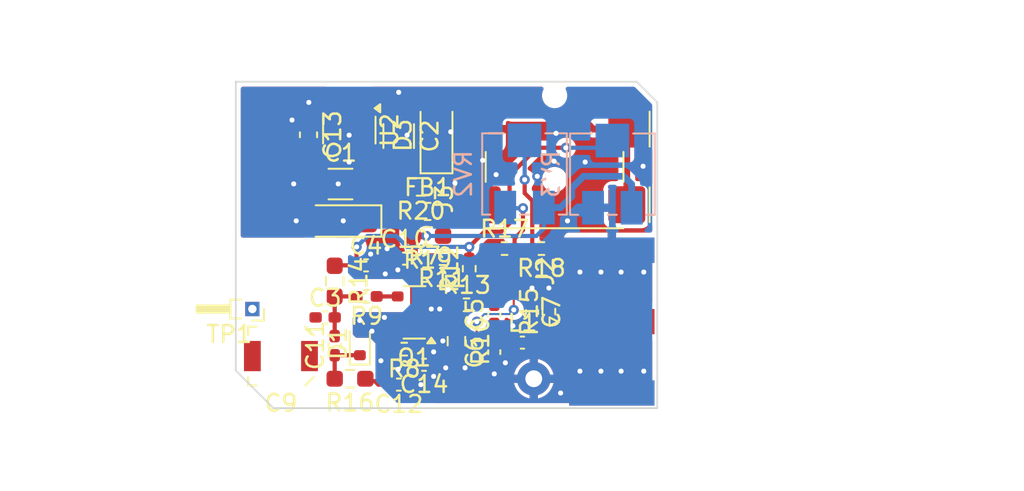
<source format=kicad_pcb>
(kicad_pcb (version 20241229) (generator "pcbnew") (generator_version "9.0")
  (layers (0 "F.Cu" signal) (2 "B.Cu" signal) (13 "F.Paste" user) (15 "B.Paste" user) (5 "F.SilkS" user "F.Silkscreen") (7 "B.SilkS" user "B.Silkscreen") (1 "F.Mask" user) (3 "B.Mask" user) (25 "Edge.Cuts" user))
  (net 0 "")
  (net 1 "GND")
  (net 2 "+5V")
  (net 3 "Net-(C3-Pad1)")
  (net 4 "Net-(C5-Pad2)")
  (net 5 "Net-(D1-K)")
  (net 6 "Net-(D3-K)")
  (net 7 "Net-(FB1-Pad2)")
  (net 8 "Net-(R17-Pad2)")
  (net 9 "/PIN_FILT")
  (net 10 "/IN_2")
  (net 11 "/G2_BIAS")
  (net 12 "/OUT_UNF")
  (net 13 "/OUT")
  (net 14 "/IN")
  (net 15 "/POWER")
  (net 16 "/GAIN_TUNE")
  (net 17 "/BYPASS")
  (net 18 "/PIN")
  (net 19 "/DRAIN")
  (net 20 "/SOURCE")
  (net 21 "/G2")
  (net 22 "/G1")
  (footprint "Package_TO_SOT_SMD:SOT-143" (layer "F.Cu") (at 123.25 69.7 180)
    (property "Reference" "Q1" (at 0.02 -2.7 0) (layer "F.SilkS"))
    (property "Value" "BF998")
    (fp_line (start 0.65 -1.56) (end -0.62 -1.56) (stroke (width 0.12)) (layer "F.SilkS"))
    (fp_line (start -0.65 1.56) (end 0.65 1.56) (stroke (width 0.12)) (layer "F.SilkS"))
    (fp_poly (pts (xy -1 -1.51) (xy -1.24 -1.84) (xy -0.76 -1.84) (xy -1 -1.51)) (stroke (width 0.12)) (fill yes) (layer "F.SilkS"))
    (pad "1" smd roundrect (at -1 -0.75 180) (size 0.7 1) (layers "F.Cu" "F.Mask" "F.Paste") (net 20 "/SOURCE"))
    (pad "2" smd roundrect (at -1 0.95 180) (size 0.7 0.6) (layers "F.Cu" "F.Mask" "F.Paste") (net 19 "/DRAIN"))
    (pad "3" smd roundrect (at 1 0.95 180) (size 0.7 0.6) (layers "F.Cu" "F.Mask" "F.Paste") (net 21 "/G2"))
    (pad "4" smd roundrect (at 1 -0.95 180) (size 0.7 0.6) (layers "F.Cu" "F.Mask" "F.Paste") (net 22 "/G1"))
  )
  (footprint "Resistor_SMD:R_0402_1005Metric_Pad0.72x0.64mm_HandSolder" (layer "F.Cu") (at 124.9075 66.5 180)
    (property "Reference" "R11" (at 0 -1.17 0) (layer "F.SilkS"))
    (property "Value" "2k")
    (fp_line (start -0.167621 0.38) (end 0.167621 0.38) (stroke (width 0.12)) (layer "F.SilkS"))
    (fp_line (start -0.167621 -0.38) (end 0.167621 -0.38) (stroke (width 0.12)) (layer "F.SilkS"))
    (pad "1" smd roundrect (at -0.5975 0 180) (size 0.715 0.64) (layers "F.Cu" "F.Mask" "F.Paste") (net 11 "/G2_BIAS"))
    (pad "2" smd roundrect (at 0.5975 0 180) (size 0.715 0.64) (layers "F.Cu" "F.Mask" "F.Paste") (net 15 "/POWER"))
  )
  (footprint "Connector_Coaxial:SMA_Amphenol_132289_EdgeMount" (layer "F.Cu") (at 135 70.25)
    (property "Reference" "J2" (at -3.96 -3 90) (layer "F.SilkS"))
    (property "Value" "SMA")
    (fp_line (start -3.71 -0.25) (end -3.71 0.25) (stroke (width 0.12)) (layer "F.SilkS"))
    (fp_line (start -3.71 0.25) (end -3.21 0) (stroke (width 0.12)) (layer "F.SilkS"))
    (fp_line (start -3.21 0) (end -3.71 -0.25) (stroke (width 0.12)) (layer "F.SilkS"))
    (pad "1" smd rect (at 0 0 90) (size 1.5 5.08) (layers "F.Cu" "F.Mask" "F.Paste") (net 13 "/OUT"))
    (pad "2" smd rect (at 0 -4.25 90) (size 1.5 5.08) (layers "F.Cu" "F.Mask" "F.Paste") (net 1 "GND"))
    (pad "2" smd rect (at 0 -4.25 90) (size 1.5 5.08) (layers "B.Cu" "B.Mask" "B.Paste") (net 1 "GND"))
    (pad "2" smd rect (at 0 4.25 90) (size 1.5 5.08) (layers "F.Cu" "F.Mask" "F.Paste") (net 1 "GND"))
    (pad "2" smd rect (at 0 4.25 90) (size 1.5 5.08) (layers "B.Cu" "B.Mask" "B.Paste") (net 1 "GND"))
  )
  (footprint "Capacitor_Tantalum_SMD:CP_EIA-3216-18_Kemet-A" (layer "F.Cu") (at 118.97 64.26 180)
    (property "Reference" "C8" (hide yes))
    (property "Value" "100uF")
    (fp_line (start 1.6 -0.935) (end -2.31 -0.935) (stroke (width 0.12)) (layer "F.SilkS"))
    (fp_line (start -2.31 0.935) (end 1.6 0.935) (stroke (width 0.12)) (layer "F.SilkS"))
    (fp_line (start -2.31 -0.935) (end -2.31 0.935) (stroke (width 0.12)) (layer "F.SilkS"))
    (pad "1" smd roundrect (at -1.35 0 180) (size 1.4 1.35) (layers "F.Cu" "F.Mask" "F.Paste") (roundrect_rratio 0.1851851852) (net 2 "+5V"))
    (pad "2" smd roundrect (at 1.35 0 180) (size 1.4 1.35) (layers "F.Cu" "F.Mask" "F.Paste") (roundrect_rratio 0.1851851852) (net 1 "GND"))
  )
  (footprint "Diode_SMD:Nexperia_CFP3_SOD-123W" (layer "F.Cu") (at 124.56 59.16 90)
    (property "Reference" "D3" (at 0 -2 90) (layer "F.SilkS"))
    (property "Value" "PMEG4020ER")
    (fp_line (start -2.26 -0.95) (end 1.4 -0.95) (stroke (width 0.12)) (layer "F.SilkS"))
    (fp_line (start -2.26 -0.95) (end -2.26 0.95) (stroke (width 0.12)) (layer "F.SilkS"))
    (fp_line (start -2.26 0.95) (end 1.4 0.95) (stroke (width 0.12)) (layer "F.SilkS"))
    (pad "1" smd rect (at -1.4 0 90) (size 1.2 1.2) (layers "F.Cu" "F.Mask" "F.Paste") (net 6 "Net-(D3-K)"))
    (pad "2" smd rect (at 1.4 0 90) (size 1.2 1.2) (layers "F.Cu" "F.Mask" "F.Paste") (net 18 "/PIN"))
  )
  (footprint "Capacitor_SMD:C_0402_1005Metric_Pad0.74x0.62mm_HandSolder" (layer "F.Cu") (at 128 69.8175 90)
    (property "Reference" "C5" (at 0 -1.16 90) (layer "F.SilkS"))
    (property "Value" "100n")
    (fp_line (start -0.115835 -0.36) (end 0.115835 -0.36) (stroke (width 0.12)) (layer "F.SilkS"))
    (fp_line (start -0.115835 0.36) (end 0.115835 0.36) (stroke (width 0.12)) (layer "F.SilkS"))
    (pad "1" smd roundrect (at -0.5675 0 90) (size 0.735 0.62) (layers "F.Cu" "F.Mask" "F.Paste") (net 12 "/OUT_UNF"))
    (pad "2" smd roundrect (at 0.5675 0 90) (size 0.735 0.62) (layers "F.Cu" "F.Mask" "F.Paste") (net 4 "Net-(C5-Pad2)"))
  )
  (footprint "Capacitor_SMD:C_0402_1005Metric_Pad0.74x0.62mm_HandSolder" (layer "F.Cu") (at 118.5 71.6825 90)
    (property "Reference" "C11" (at 0 -1.16 90) (layer "F.SilkS"))
    (property "Value" "3p")
    (fp_line (start -0.115835 -0.36) (end 0.115835 -0.36) (stroke (width 0.12)) (layer "F.SilkS"))
    (fp_line (start -0.115835 0.36) (end 0.115835 0.36) (stroke (width 0.12)) (layer "F.SilkS"))
    (pad "1" smd roundrect (at -0.5675 0 90) (size 0.735 0.62) (layers "F.Cu" "F.Mask" "F.Paste") (net 5 "Net-(D1-K)"))
    (pad "2" smd roundrect (at 0.5675 0 90) (size 0.735 0.62) (layers "F.Cu" "F.Mask" "F.Paste") (net 10 "/IN_2"))
  )
  (footprint "Resistor_SMD:R_0603_1608Metric_Pad0.98x0.95mm_HandSolder" (layer "F.Cu") (at 118.5 67.8375 -90)
    (property "Reference" "R14" (at 0 -1.43 90) (layer "F.SilkS"))
    (property "Value" "1M")
    (fp_line (start -0.254724 0.5225) (end 0.254724 0.5225) (stroke (width 0.12)) (layer "F.SilkS"))
    (fp_line (start -0.254724 -0.5225) (end 0.254724 -0.5225) (stroke (width 0.12)) (layer "F.SilkS"))
    (pad "1" smd roundrect (at -0.9125 0 270) (size 0.975 0.95) (layers "F.Cu" "F.Mask" "F.Paste") (net 11 "/G2_BIAS"))
    (pad "2" smd roundrect (at 0.9125 0 270) (size 0.975 0.95) (layers "F.Cu" "F.Mask" "F.Paste") (net 10 "/IN_2"))
  )
  (footprint "Resistor_SMD:R_0603_1608Metric_Pad0.98x0.95mm_HandSolder" (layer "F.Cu") (at 125.75 71.4125 -90)
    (property "Reference" "R10" (at 0 -1.43 90) (layer "F.SilkS"))
    (property "Value" "75")
    (fp_line (start -0.254724 0.5225) (end 0.254724 0.5225) (stroke (width 0.12)) (layer "F.SilkS"))
    (fp_line (start -0.254724 -0.5225) (end 0.254724 -0.5225) (stroke (width 0.12)) (layer "F.SilkS"))
    (pad "1" smd roundrect (at -0.9125 0 270) (size 0.975 0.95) (layers "F.Cu" "F.Mask" "F.Paste") (net 20 "/SOURCE"))
    (pad "2" smd roundrect (at 0.9125 0 270) (size 0.975 0.95) (layers "F.Cu" "F.Mask" "F.Paste") (net 1 "GND"))
  )
  (footprint "Capacitor_SMD:C_0603_1608Metric_Pad1.08x0.95mm_HandSolder" (layer "F.Cu") (at 116.94 59.1275 -90)
    (property "Reference" "C13" (at 0 -1.43 90) (layer "F.SilkS"))
    (property "Value" "100n_LF")
    (fp_line (start -0.146267 0.51) (end 0.146267 0.51) (stroke (width 0.12)) (layer "F.SilkS"))
    (fp_line (start -0.146267 -0.51) (end 0.146267 -0.51) (stroke (width 0.12)) (layer "F.SilkS"))
    (pad "1" smd roundrect (at -0.8625 0 270) (size 1.075 0.95) (layers "F.Cu" "F.Mask" "F.Paste") (net 1 "GND"))
    (pad "2" smd roundrect (at 0.8625 0 270) (size 1.075 0.95) (layers "F.Cu" "F.Mask" "F.Paste") (net 17 "/BYPASS"))
  )
  (footprint "Inductor_SMD:L_0402_1005Metric_Pad0.77x0.64mm_HandSolder" (layer "F.Cu") (at 129.6775 71.5)
    (property "Reference" "L1" (at 0 -1.17 0) (layer "F.SilkS"))
    (property "Value" "4n7")
    (fp_line (start -0.1002 -0.36) (end 0.1002 -0.36) (stroke (width 0.12)) (layer "F.SilkS"))
    (fp_line (start -0.1002 0.36) (end 0.1002 0.36) (stroke (width 0.12)) (layer "F.SilkS"))
    (pad "1" smd roundrect (at -0.5725 0) (size 0.765 0.64) (layers "F.Cu" "F.Mask" "F.Paste") (net 12 "/OUT_UNF"))
    (pad "2" smd roundrect (at 0.5725 0) (size 0.765 0.64) (layers "F.Cu" "F.Mask" "F.Paste") (net 13 "/OUT"))
  )
  (footprint "Capacitor_SMD:C_1206_3216Metric" (layer "F.Cu") (at 118.845 62.06)
    (property "Reference" "C1" (at 0 -1.85 0) (layer "F.SilkS"))
    (property "Value" "10uF")
    (fp_line (start -0.711252 -0.91) (end 0.711252 -0.91) (stroke (width 0.12)) (layer "F.SilkS"))
    (fp_line (start -0.711252 0.91) (end 0.711252 0.91) (stroke (width 0.12)) (layer "F.SilkS"))
    (pad "1" smd roundrect (at -1.475 0) (size 1.15 1.8) (layers "F.Cu" "F.Mask" "F.Paste") (roundrect_rratio 0.217391) (net 1 "GND"))
    (pad "2" smd roundrect (at 1.475 0) (size 1.15 1.8) (layers "F.Cu" "F.Mask" "F.Paste") (roundrect_rratio 0.217391) (net 2 "+5V"))
  )
  (footprint "Resistor_SMD:R_0402_1005Metric_Pad0.72x0.64mm_HandSolder" (layer "F.Cu") (at 120.4025 68.75 180)
    (property "Reference" "R9" (at 0 -1.17 0) (layer "F.SilkS"))
    (property "Value" "39")
    (fp_line (start -0.167621 0.38) (end 0.167621 0.38) (stroke (width 0.12)) (layer "F.SilkS"))
    (fp_line (start -0.167621 -0.38) (end 0.167621 -0.38) (stroke (width 0.12)) (layer "F.SilkS"))
    (pad "1" smd roundrect (at -0.5975 0 180) (size 0.715 0.64) (layers "F.Cu" "F.Mask" "F.Paste") (net 21 "/G2"))
    (pad "2" smd roundrect (at 0.5975 0 180) (size 0.715 0.64) (layers "F.Cu" "F.Mask" "F.Paste") (net 10 "/IN_2"))
  )
  (footprint "Inductor_SMD:L_0603_1608Metric_Pad1.05x0.95mm_HandSolder" (layer "F.Cu") (at 124.035 63.69)
    (property "Reference" "FB1" (at 0 -1.43 0) (layer "F.SilkS"))
    (property "Value" "0R_FB")
    (fp_line (start -0.171267 -0.51) (end 0.171267 -0.51) (stroke (width 0.12)) (layer "F.SilkS"))
    (fp_line (start -0.171267 0.51) (end 0.171267 0.51) (stroke (width 0.12)) (layer "F.SilkS"))
    (pad "1" smd roundrect (at -0.875 0) (size 1.05 0.95) (layers "F.Cu" "F.Mask" "F.Paste") (net 2 "+5V"))
    (pad "2" smd roundrect (at 0.875 0) (size 1.05 0.95) (layers "F.Cu" "F.Mask" "F.Paste") (net 7 "Net-(FB1-Pad2)"))
  )
  (footprint "Capacitor_SMD:C_0402_1005Metric_Pad0.74x0.62mm_HandSolder" (layer "F.Cu") (at 122.3175 74 180)
    (property "Reference" "C12" (at 0 -1.16 0) (layer "F.SilkS"))
    (property "Value" "100n")
    (fp_line (start -0.115835 0.36) (end 0.115835 0.36) (stroke (width 0.12)) (layer "F.SilkS"))
    (fp_line (start -0.115835 -0.36) (end 0.115835 -0.36) (stroke (width 0.12)) (layer "F.SilkS"))
    (pad "1" smd roundrect (at -0.5675 0 180) (size 0.735 0.62) (layers "F.Cu" "F.Mask" "F.Paste") (net 1 "GND"))
    (pad "2" smd roundrect (at 0.5675 0 180) (size 0.735 0.62) (layers "F.Cu" "F.Mask" "F.Paste") (net 16 "/GAIN_TUNE"))
  )
  (footprint "Connector_PinHeader_1.00mm:PinHeader_1x01_P1.00mm_Horizontal" (layer "F.Cu") (at 113.6 69.5 180)
    (property "Reference" "TP1" (at 1.375 -1.5 0) (layer "F.SilkS"))
    (property "Value" "Fixed needle")
    (fp_line (start 3.309999 0.210001) (end 1.309999 0.21) (stroke (width 0.12)) (layer "F.SilkS"))
    (fp_line (start 3.309999 -0.210001) (end 3.309999 0.210001) (stroke (width 0.12)) (layer "F.SilkS"))
    (fp_line (start 1.31 0.56) (end 0.685 0.56) (stroke (width 0.12)) (layer "F.SilkS"))
    (fp_line (start 1.31 0.090001) (end 3.31 0.09) (stroke (width 0.12)) (layer "F.SilkS"))
    (fp_line (start 1.31 -0.15) (end 3.309999 -0.15) (stroke (width 0.12)) (layer "F.SilkS"))
    (fp_line (start 1.31 -0.56) (end 1.31 0.56) (stroke (width 0.12)) (layer "F.SilkS"))
    (fp_line (start 1.309999 -0.03) (end 3.31 -0.03) (stroke (width 0.12)) (layer "F.SilkS"))
    (fp_line (start 1.309999 -0.21) (end 3.309999 -0.210001) (stroke (width 0.12)) (layer "F.SilkS"))
    (fp_line (start 0.685 -0.56) (end 1.31 -0.56) (stroke (width 0.12)) (layer "F.SilkS"))
    (fp_line (start -0.685 0) (end -0.685001 -0.685001) (stroke (width 0.12)) (layer "F.SilkS"))
    (fp_line (start -0.685001 -0.685001) (end 0 -0.685) (stroke (width 0.12)) (layer "F.SilkS"))
    (pad "1" thru_hole rect (at 0 0 180) (size 0.85 0.85) (drill 0.5) (layers "*.Cu" "*.Mask") (net 14 "/IN"))
  )
  (footprint "Capacitor_SMD:C_0402_1005Metric_Pad0.74x0.62mm_HandSolder" (layer "F.Cu") (at 130.25 69.6825 -90)
    (property "Reference" "C7" (at 0 -1.16 90) (layer "F.SilkS"))
    (property "Value" "DNP")
    (fp_line (start -0.115835 0.36) (end 0.115835 0.36) (stroke (width 0.12)) (layer "F.SilkS"))
    (fp_line (start -0.115835 -0.36) (end 0.115835 -0.36) (stroke (width 0.12)) (layer "F.SilkS"))
    (pad "1" smd roundrect (at -0.5675 0 270) (size 0.735 0.62) (layers "F.Cu" "F.Mask" "F.Paste") (net 1 "GND"))
    (pad "2" smd roundrect (at 0.5675 0 270) (size 0.735 0.62) (layers "F.Cu" "F.Mask" "F.Paste") (net 13 "/OUT"))
  )
  (footprint "Package_TO_SOT_SMD:SOT-23-5" (layer "F.Cu") (at 119.37 58.8475 -90)
    (property "Reference" "U2" (at 0 -2.4 90) (layer "F.SilkS"))
    (property "Value" "SPX3819M5-L-5-0")
    (fp_line (start 0 1.56) (end -0.8 1.56) (stroke (width 0.12)) (layer "F.SilkS"))
    (fp_line (start 0 1.56) (end 0.8 1.56) (stroke (width 0.12)) (layer "F.SilkS"))
    (fp_line (start 0 -1.56) (end -0.8 -1.56) (stroke (width 0.12)) (layer "F.SilkS"))
    (fp_line (start 0 -1.56) (end 0.8 -1.56) (stroke (width 0.12)) (layer "F.SilkS"))
    (fp_poly (pts (xy -1.3 -1.51) (xy -1.54 -1.84) (xy -1.06 -1.84) (xy -1.3 -1.51)) (stroke (width 0.12)) (fill yes) (layer "F.SilkS"))
    (pad "1" smd roundrect (at -1.1375 -0.95 270) (size 1.325 0.6) (layers "F.Cu" "F.Mask" "F.Paste") (net 9 "/PIN_FILT"))
    (pad "2" smd roundrect (at -1.1375 0 270) (size 1.325 0.6) (layers "F.Cu" "F.Mask" "F.Paste") (net 1 "GND"))
    (pad "3" smd roundrect (at -1.1375 0.95 270) (size 1.325 0.6) (layers "F.Cu" "F.Mask" "F.Paste") (net 9 "/PIN_FILT"))
    (pad "4" smd roundrect (at 1.1375 0.95 270) (size 1.325 0.6) (layers "F.Cu" "F.Mask" "F.Paste") (net 17 "/BYPASS"))
    (pad "5" smd roundrect (at 1.1375 -0.95 270) (size 1.325 0.6) (layers "F.Cu" "F.Mask" "F.Paste") (net 2 "+5V"))
  )
  (footprint "TestPoint:TestPoint_THTPad_D2.0mm_Drill1.0mm" (layer "F.Cu") (at 130.35 73.65)
    (property "Reference" "TP3" (hide yes))
    (property "Value" "Pogo needle" (hide yes))
    (pad "1" thru_hole circle (at 0 0) (size 2 2) (drill 1) (layers "*.Cu" "*.Mask") (net 1 "GND"))
  )
  (footprint "Capacitor_SMD:C_0402_1005Metric_Pad0.74x0.62mm_HandSolder" (layer "F.Cu") (at 117.9325 70)
    (property "Reference" "C3" (at 0 -1.16 0) (layer "F.SilkS"))
    (property "Value" "3p")
    (fp_line (start -0.115835 -0.36) (end 0.115835 -0.36) (stroke (width 0.12)) (layer "F.SilkS"))
    (fp_line (start -0.115835 0.36) (end 0.115835 0.36) (stroke (width 0.12)) (layer "F.SilkS"))
    (pad "1" smd roundrect (at -0.5675 0) (size 0.735 0.62) (layers "F.Cu" "F.Mask" "F.Paste") (net 3 "Net-(C3-Pad1)"))
    (pad "2" smd roundrect (at 0.5675 0) (size 0.735 0.62) (layers "F.Cu" "F.Mask" "F.Paste") (net 10 "/IN_2"))
  )
  (footprint "Capacitor_SMD:C_0402_1005Metric_Pad0.74x0.62mm_HandSolder" (layer "F.Cu") (at 123.8175 72.82 180)
    (property "Reference" "C14" (at 0 -1.16 0) (layer "F.SilkS"))
    (property "Value" "100n")
    (fp_line (start -0.115835 0.36) (end 0.115835 0.36) (stroke (width 0.12)) (layer "F.SilkS"))
    (fp_line (start -0.115835 -0.36) (end 0.115835 -0.36) (stroke (width 0.12)) (layer "F.SilkS"))
    (pad "1" smd roundrect (at -0.5675 0 180) (size 0.735 0.62) (layers "F.Cu" "F.Mask" "F.Paste") (net 1 "GND"))
    (pad "2" smd roundrect (at 0.5675 0 180) (size 0.735 0.62) (layers "F.Cu" "F.Mask" "F.Paste") (net 15 "/POWER"))
  )
  (footprint "Capacitor_SMD:C_1206_3216Metric" (layer "F.Cu") (at 122.31 59.205 -90)
    (property "Reference" "C2" (at 0 -1.85 90) (layer "F.SilkS"))
    (property "Value" "10uF")
    (fp_line (start -0.711252 0.91) (end 0.711252 0.91) (stroke (width 0.12)) (layer "F.SilkS"))
    (fp_line (start -0.711252 -0.91) (end 0.711252 -0.91) (stroke (width 0.12)) (layer "F.SilkS"))
    (pad "1" smd roundrect (at -1.475 0 270) (size 1.15 1.8) (layers "F.Cu" "F.Mask" "F.Paste") (roundrect_rratio 0.217391) (net 1 "GND"))
    (pad "2" smd roundrect (at 1.475 0 270) (size 1.15 1.8) (layers "F.Cu" "F.Mask" "F.Paste") (roundrect_rratio 0.217391) (net 9 "/PIN_FILT"))
  )
  (footprint "Resistor_SMD:R_0402_1005Metric_Pad0.72x0.64mm_HandSolder" (layer "F.Cu") (at 123.8375 67.5)
    (property "Reference" "R7" (at 0 -1.17 0) (layer "F.SilkS"))
    (property "Value" "10")
    (fp_line (start -0.167621 -0.38) (end 0.167621 -0.38) (stroke (width 0.12)) (layer "F.SilkS"))
    (fp_line (start -0.167621 0.38) (end 0.167621 0.38) (stroke (width 0.12)) (layer "F.SilkS"))
    (pad "1" smd roundrect (at -0.5975 0) (size 0.715 0.64) (layers "F.Cu" "F.Mask" "F.Paste") (net 15 "/POWER"))
    (pad "2" smd roundrect (at 0.5975 0) (size 0.715 0.64) (layers "F.Cu" "F.Mask" "F.Paste") (net 19 "/DRAIN"))
  )
  (footprint "Resistor_SMD:R_0603_1608Metric_Pad0.98x0.95mm_HandSolder" (layer "F.Cu") (at 119.4125 73.65 180)
    (property "Reference" "R16" (at 0 -1.43 0) (layer "F.SilkS"))
    (property "Value" "1M")
    (fp_line (start -0.254724 0.5225) (end 0.254724 0.5225) (stroke (width 0.12)) (layer "F.SilkS"))
    (fp_line (start -0.254724 -0.5225) (end 0.254724 -0.5225) (stroke (width 0.12)) (layer "F.SilkS"))
    (pad "1" smd roundrect (at -0.9125 0 180) (size 0.975 0.95) (layers "F.Cu" "F.Mask" "F.Paste") (net 16 "/GAIN_TUNE"))
    (pad "2" smd roundrect (at 0.9125 0 180) (size 0.975 0.95) (layers "F.Cu" "F.Mask" "F.Paste") (net 5 "Net-(D1-K)"))
  )
  (footprint "Resistor_SMD:R_0603_1608Metric_Pad0.98x0.95mm_HandSolder" (layer "F.Cu") (at 124.04 65.15 180)
    (property "Reference" "R19" (at 0 -1.43 0) (layer "F.SilkS"))
    (property "Value" "0R")
    (fp_line (start -0.254724 0.5225) (end 0.254724 0.5225) (stroke (width 0.12)) (layer "F.SilkS"))
    (fp_line (start -0.254724 -0.5225) (end 0.254724 -0.5225) (stroke (width 0.12)) (layer "F.SilkS"))
    (pad "1" smd roundrect (at -0.9125 0 180) (size 0.975 0.95) (layers "F.Cu" "F.Mask" "F.Paste") (net 7 "Net-(FB1-Pad2)"))
    (pad "2" smd roundrect (at 0.9125 0 180) (size 0.975 0.95) (layers "F.Cu" "F.Mask" "F.Paste") (net 15 "/POWER"))
  )
  (footprint "Capacitor_SMD:C_0402_1005Metric_Pad0.74x0.62mm_HandSolder" (layer "F.Cu") (at 128 72.0675 90)
    (property "Reference" "C6" (at 0 -1.16 90) (layer "F.SilkS"))
    (property "Value" "DNP")
    (fp_line (start -0.115835 -0.36) (end 0.115835 -0.36) (stroke (width 0.12)) (layer "F.SilkS"))
    (fp_line (start -0.115835 0.36) (end 0.115835 0.36) (stroke (width 0.12)) (layer "F.SilkS"))
    (pad "1" smd roundrect (at -0.5675 0 90) (size 0.735 0.62) (layers "F.Cu" "F.Mask" "F.Paste") (net 1 "GND"))
    (pad "2" smd roundrect (at 0.5675 0 90) (size 0.735 0.62) (layers "F.Cu" "F.Mask" "F.Paste") (net 12 "/OUT_UNF"))
  )
  (footprint "Capacitor_SMD:C_0402_1005Metric_Pad0.74x0.62mm_HandSolder" (layer "F.Cu") (at 120.3675 66.9)
    (property "Reference" "C4" (at 0 -1.16 0) (layer "F.SilkS"))
    (property "Value" "100n")
    (fp_line (start -0.115835 -0.36) (end 0.115835 -0.36) (stroke (width 0.12)) (layer "F.SilkS"))
    (fp_line (start -0.115835 0.36) (end 0.115835 0.36) (stroke (width 0.12)) (layer "F.SilkS"))
    (pad "1" smd roundrect (at -0.5675 0) (size 0.735 0.62) (layers "F.Cu" "F.Mask" "F.Paste") (net 11 "/G2_BIAS"))
    (pad "2" smd roundrect (at 0.5675 0) (size 0.735 0.62) (layers "F.Cu" "F.Mask" "F.Paste") (net 1 "GND"))
  )
  (footprint "Resistor_SMD:R_0402_1005Metric_Pad0.72x0.64mm_HandSolder" (layer "F.Cu") (at 130.8075 65.9 180)
    (property "Reference" "R18" (at 0 -1.17 0) (layer "F.SilkS"))
    (property "Value" "3k")
    (fp_line (start -0.167621 0.38) (end 0.167621 0.38) (stroke (width 0.12)) (layer "F.SilkS"))
    (fp_line (start -0.167621 -0.38) (end 0.167621 -0.38) (stroke (width 0.12)) (layer "F.SilkS"))
    (pad "1" smd roundrect (at -0.5975 0 180) (size 0.715 0.64) (layers "F.Cu" "F.Mask" "F.Paste") (net 1 "GND"))
    (pad "2" smd roundrect (at 0.5975 0 180) (size 0.715 0.64) (layers "F.Cu" "F.Mask" "F.Paste") (net 16 "/GAIN_TUNE"))
  )
  (footprint "Resistor_SMD:R_0402_1005Metric_Pad0.72x0.64mm_HandSolder" (layer "F.Cu") (at 131.25 69.6525 90)
    (property "Reference" "R15" (at 0 -1.17 90) (layer "F.SilkS"))
    (property "Value" "100k")
    (fp_line (start -0.167621 -0.38) (end 0.167621 -0.38) (stroke (width 0.12)) (layer "F.SilkS"))
    (fp_line (start -0.167621 0.38) (end 0.167621 0.38) (stroke (width 0.12)) (layer "F.SilkS"))
    (pad "1" smd roundrect (at -0.5975 0 90) (size 0.715 0.64) (layers "F.Cu" "F.Mask" "F.Paste") (net 13 "/OUT"))
    (pad "2" smd roundrect (at 0.5975 0 90) (size 0.715 0.64) (layers "F.Cu" "F.Mask" "F.Paste") (net 1 "GND"))
  )
  (footprint "Resistor_SMD:R_0402_1005Metric_Pad0.72x0.64mm_HandSolder" (layer "F.Cu") (at 128.6125 65.9)
    (property "Reference" "R17" (at 0 -1.17 0) (layer "F.SilkS"))
    (property "Value" "0R")
    (fp_line (start -0.167621 -0.38) (end 0.167621 -0.38) (stroke (width 0.12)) (layer "F.SilkS"))
    (fp_line (start -0.167621 0.38) (end 0.167621 0.38) (stroke (width 0.12)) (layer "F.SilkS"))
    (pad "1" smd roundrect (at -0.5975 0) (size 0.715 0.64) (layers "F.Cu" "F.Mask" "F.Paste") (net 1 "GND"))
    (pad "2" smd roundrect (at 0.5975 0) (size 0.715 0.64) (layers "F.Cu" "F.Mask" "F.Paste") (net 8 "Net-(R17-Pad2)"))
  )
  (footprint "Resistor_SMD:R_0402_1005Metric_Pad0.72x0.64mm_HandSolder" (layer "F.Cu") (at 126.3475 69.25)
    (property "Reference" "R13" (at 0 -1.17 0) (layer "F.SilkS"))
    (property "Value" "0")
    (fp_line (start -0.167621 -0.38) (end 0.167621 -0.38) (stroke (width 0.12)) (layer "F.SilkS"))
    (fp_line (start -0.167621 0.38) (end 0.167621 0.38) (stroke (width 0.12)) (layer "F.SilkS"))
    (pad "1" smd roundrect (at -0.5975 0) (size 0.715 0.64) (layers "F.Cu" "F.Mask" "F.Paste") (net 20 "/SOURCE"))
    (pad "2" smd roundrect (at 0.5975 0) (size 0.715 0.64) (layers "F.Cu" "F.Mask" "F.Paste") (net 4 "Net-(C5-Pad2)"))
  )
  (footprint "Capacitor_SMD:C_0402_1005Metric_Pad0.74x0.62mm_HandSolder" (layer "F.Cu") (at 122.6825 66.5)
    (property "Reference" "C10" (at 0 -1.16 0) (layer "F.SilkS"))
    (property "Value" "100n")
    (fp_line (start -0.115835 -0.36) (end 0.115835 -0.36) (stroke (width 0.12)) (layer "F.SilkS"))
    (fp_line (start -0.115835 0.36) (end 0.115835 0.36) (stroke (width 0.12)) (layer "F.SilkS"))
    (pad "1" smd roundrect (at -0.5675 0) (size 0.735 0.62) (layers "F.Cu" "F.Mask" "F.Paste") (net 1 "GND"))
    (pad "2" smd roundrect (at 0.5675 0) (size 0.735 0.62) (layers "F.Cu" "F.Mask" "F.Paste") (net 15 "/POWER"))
  )
  (footprint "Capacitor_SMD:C_Trimmer_Voltronics_JR" (layer "F.Cu") (at 115.3 72.3 180)
    (property "Reference" "C9" (at 0 -2.8 0) (layer "F.SilkS"))
    (property "Value" "1.5-3p")
    (fp_line (start 1.95 1.75) (end 1.95 1.25) (stroke (width 0.12)) (layer "F.SilkS"))
    (fp_line (start 1.95 1.75) (end 1.45 1.75) (stroke (width 0.12)) (layer "F.SilkS"))
    (fp_line (start 1.95 -1.75) (end 1.95 -1.25) (stroke (width 0.12)) (layer "F.SilkS"))
    (fp_line (start 1.95 -1.75) (end 1.45 -1.75) (stroke (width 0.12)) (layer "F.SilkS"))
    (fp_line (start -1.95 1.25) (end -1.45 1.75) (stroke (width 0.12)) (layer "F.SilkS"))
    (fp_line (start -1.95 -1.25) (end -1.45 -1.75) (stroke (width 0.12)) (layer "F.SilkS"))
    (pad "1" smd rect (at -1.7 0 180) (size 1 1.8) (layers "F.Cu" "F.Mask" "F.Paste") (net 3 "Net-(C3-Pad1)"))
    (pad "2" smd rect (at 1.7 0 180) (size 1 1.8) (layers "F.Cu" "F.Mask" "F.Paste") (net 14 "/IN"))
  )
  (footprint "Diode_SMD:D_SOD-523" (layer "F.Cu") (at 120 71.55 90)
    (property "Reference" "D1" (at 0 -1.3 90) (layer "F.SilkS"))
    (property "Value" "SMV1232")
    (fp_line (start 0.7 -0.6) (end -1.26 -0.6) (stroke (width 0.12)) (layer "F.SilkS"))
    (fp_line (start -1.26 -0.6) (end -1.26 0.6) (stroke (width 0.12)) (layer "F.SilkS"))
    (fp_line (start 0.7 0.6) (end -1.26 0.6) (stroke (width 0.12)) (layer "F.SilkS"))
    (pad "1" smd roundrect (at -0.7 0 270) (size 0.6 0.7) (layers "F.Cu" "F.Mask" "F.Paste") (net 5 "Net-(D1-K)"))
    (pad "2" smd roundrect (at 0.7 0 270) (size 0.6 0.7) (layers "F.Cu" "F.Mask" "F.Paste") (net 1 "GND"))
  )
  (footprint "Connector_BarrelJack:BarrelJack_Wuerth_694103107102_1.35x3.9mm" (layer "F.Cu") (at 131.59 59.94)
    (property "Reference" "J3" (at -6.57 3.01 90) (layer "F.SilkS"))
    (property "Value" "Barrel_Jack_Switch")
    (fp_line (start -4.1 1.99) (end -4.1 0.21) (stroke (width 0.12)) (layer "F.SilkS"))
    (fp_line (start 4.1 1.99) (end 4.1 0.21) (stroke (width 0.12)) (layer "F.SilkS"))
    (fp_line (start 4.1 4.75) (end -4.1 4.75) (stroke (width 0.12)) (layer "F.SilkS"))
    (fp_line (start 5.66 -0.11) (end 5.66 -2.19) (stroke (width 0.12)) (layer "F.SilkS"))
    (fp_line (start 5.66 4.39) (end 5.66 2.31) (stroke (width 0.12)) (layer "F.SilkS"))
    (pad "" np_thru_hole circle (at 0 -3.15 180) (size 1 1) (drill 1) (layers "*.Cu" "*.Mask"))
    (pad "" np_thru_hole circle (at 0 1.85 180) (size 1 1) (drill 1) (layers "*.Cu" "*.Mask"))
    (pad "1" smd roundrect (at 4.3 -1.15 270) (size 2.2 2.2) (layers "F.Cu" "F.Mask" "F.Paste") (roundrect_rratio 0.1136363636) (net 18 "/PIN"))
    (pad "1" smd roundrect (at 4.3 3.35 270) (size 2.2 2.2) (layers "F.Cu" "F.Mask" "F.Paste") (roundrect_rratio 0.1136363636) (net 18 "/PIN"))
    (pad "2" smd roundrect (at -4.3 -1.15 270) (size 2.2 2.2) (layers "F.Cu" "F.Mask" "F.Paste") (roundrect_rratio 0.1136363636) (net 1 "GND"))
    (pad "3" smd roundrect (at -4.3 3.35 270) (size 2.2 2.2) (layers "F.Cu" "F.Mask" "F.Paste") (roundrect_rratio 0.1136363636))
  )
  (footprint "Resistor_SMD:R_0603_1608Metric_Pad0.98x0.95mm_HandSolder" (layer "F.Cu") (at 123.6375 62.23 180)
    (property "Reference" "R20" (at 0 -1.43 0) (layer "F.SilkS"))
    (property "Value" "47R")
    (fp_line (start -0.254724 0.5225) (end 0.254724 0.5225) (stroke (width 0.12)) (layer "F.SilkS"))
    (fp_line (start -0.254724 -0.5225) (end 0.254724 -0.5225) (stroke (width 0.12)) (layer "F.SilkS"))
    (pad "1" smd roundrect (at -0.9125 0 180) (size 0.975 0.95) (layers "F.Cu" "F.Mask" "F.Paste") (net 6 "Net-(D3-K)"))
    (pad "2" smd roundrect (at 0.9125 0 180) (size 0.975 0.95) (layers "F.Cu" "F.Mask" "F.Paste") (net 9 "/PIN_FILT"))
  )
  (footprint "Resistor_SMD:R_0402_1005Metric_Pad0.72x0.64mm_HandSolder" (layer "F.Cu") (at 122.64 71.89 180)
    (property "Reference" "R8" (at 0 -1.17 0) (layer "F.SilkS"))
    (property "Value" "39")
    (fp_line (start -0.167621 0.38) (end 0.167621 0.38) (stroke (width 0.12)) (layer "F.SilkS"))
    (fp_line (start -0.167621 -0.38) (end 0.167621 -0.38) (stroke (width 0.12)) (layer "F.SilkS"))
    (pad "1" smd roundrect (at -0.5975 0 180) (size 0.715 0.64) (layers "F.Cu" "F.Mask" "F.Paste") (net 15 "/POWER"))
    (pad "2" smd roundrect (at 0.5975 0 180) (size 0.715 0.64) (layers "F.Cu" "F.Mask" "F.Paste") (net 22 "/G1"))
  )
  (footprint "Resistor_SMD:R_0402_1005Metric_Pad0.72x0.64mm_HandSolder" (layer "F.Cu") (at 126.51 67.0975 90)
    (property "Reference" "R12" (at 0 -1.17 90) (layer "F.SilkS"))
    (property "Value" "2k")
    (fp_line (start -0.167621 -0.38) (end 0.167621 -0.38) (stroke (width 0.12)) (layer "F.SilkS"))
    (fp_line (start -0.167621 0.38) (end 0.167621 0.38) (stroke (width 0.12)) (layer "F.SilkS"))
    (pad "1" smd roundrect (at -0.5975 0 90) (size 0.715 0.64) (layers "F.Cu" "F.Mask" "F.Paste") (net 1 "GND"))
    (pad "2" smd roundrect (at 0.5975 0 90) (size 0.715 0.64) (layers "F.Cu" "F.Mask" "F.Paste") (net 11 "/G2_BIAS"))
  )
  (footprint "Potentiometer_SMD:Potentiometer_Bourns_3214J_Horizontal" (layer "B.Cu") (at 135.03 61.47 -90)
    (property "Reference" "RV3" (at 0 3.65 90) (layer "B.SilkS") (effects (justify mirror)))
    (property "Value" "10k")
    (fp_line (start -2.42 2.52) (end 2.42 2.52) (stroke (width 0.12)) (layer "B.SilkS"))
    (fp_line (start -2.42 2.52) (end -2.42 1.24) (stroke (width 0.12)) (layer "B.SilkS"))
    (fp_line (start 2.42 2.52) (end 2.42 2.04) (stroke (width 0.12)) (layer "B.SilkS"))
    (fp_line (start -2.42 2.14) (end -2.42 2.14) (stroke (width 0.12)) (layer "B.SilkS"))
    (fp_line (start -2.42 2.14) (end -2.42 1.24) (stroke (width 0.12)) (layer "B.SilkS"))
    (fp_line (start -2.42 2.14) (end -2.42 1.24) (stroke (width 0.12)) (layer "B.SilkS"))
    (fp_line (start 2.42 0.26) (end 2.42 -0.26) (stroke (width 0.12)) (layer "B.SilkS"))
    (fp_line (start -2.42 -1.24) (end -2.42 -2.52) (stroke (width 0.12)) (layer "B.SilkS"))
    (fp_line (start 2.42 -2.04) (end 2.42 -2.52) (stroke (width 0.12)) (layer "B.SilkS"))
    (fp_line (start -2.42 -2.52) (end 2.42 -2.52) (stroke (width 0.12)) (layer "B.SilkS"))
    (pad "1" smd rect (at 2 1.15 270) (size 2 1.3) (layers "B.Cu" "B.Mask" "B.Paste") (net 1 "GND"))
    (pad "2" smd rect (at -2 0 270) (size 2 2) (layers "B.Cu" "B.Mask" "B.Paste") (net 11 "/G2_BIAS"))
    (pad "3" smd rect (at 2 -1.15 270) (size 2 1.3) (layers "B.Cu" "B.Mask" "B.Paste") (net 15 "/POWER"))
  )
  (footprint "Potentiometer_SMD:Potentiometer_Bourns_3214J_Horizontal" (layer "B.Cu") (at 129.8 61.46 -90)
    (property "Reference" "RV2" (at 0 3.65 90) (layer "B.SilkS") (effects (justify mirror)))
    (property "Value" "10k")
    (fp_line (start -2.42 2.52) (end 2.42 2.52) (stroke (width 0.12)) (layer "B.SilkS"))
    (fp_line (start -2.42 2.52) (end -2.42 1.24) (stroke (width 0.12)) (layer "B.SilkS"))
    (fp_line (start 2.42 2.52) (end 2.42 2.04) (stroke (width 0.12)) (layer "B.SilkS"))
    (fp_line (start -2.42 2.14) (end -2.42 2.14) (stroke (width 0.12)) (layer "B.SilkS"))
    (fp_line (start -2.42 2.14) (end -2.42 1.24) (stroke (width 0.12)) (layer "B.SilkS"))
    (fp_line (start -2.42 2.14) (end -2.42 1.24) (stroke (width 0.12)) (layer "B.SilkS"))
    (fp_line (start 2.42 0.26) (end 2.42 -0.26) (stroke (width 0.12)) (layer "B.SilkS"))
    (fp_line (start -2.42 -1.24) (end -2.42 -2.52) (stroke (width 0.12)) (layer "B.SilkS"))
    (fp_line (start 2.42 -2.04) (end 2.42 -2.52) (stroke (width 0.12)) (layer "B.SilkS"))
    (fp_line (start -2.42 -2.52) (end 2.42 -2.52) (stroke (width 0.12)) (layer "B.SilkS"))
    (pad "1" smd rect (at 2 1.15 270) (size 2 1.3) (layers "B.Cu" "B.Mask" "B.Paste") (net 8 "Net-(R17-Pad2)"))
    (pad "2" smd rect (at -2 0 270) (size 2 2) (layers "B.Cu" "B.Mask" "B.Paste") (net 16 "/GAIN_TUNE"))
    (pad "3" smd rect (at 2 -1.15 270) (size 2 1.3) (layers "B.Cu" "B.Mask" "B.Paste") (net 15 "/POWER"))
  )
  (gr_poly (pts (xy 112.61 73.16125) (xy 114.84875 75.4) (xy 137.705 75.4) (xy 137.705 57.195) (xy 136.475 55.965) (xy 112.61 55.965)) (stroke (width 0.1)) (fill no) (layer "Edge.Cuts"))
  (segment (start 125.775 72.35) (end 125.75 72.325) (width 0.5) (layer "F.Cu") (net 1))
  (segment (start 136.9 74.5) (end 135 74.5) (width 0.5) (layer "F.Cu") (net 1))
  (segment (start 124.25 69.5) (end 124.75 69.5) (width 0.5) (layer "F.Cu") (net 1))
  (segment (start 134.35 66) (end 135 66) (width 0.5) (layer "F.Cu") (net 1))
  (segment (start 122.1 66.515) (end 122.115 66.5) (width 0.5) (layer "F.Cu") (net 1))
  (segment (start 133.1 66) (end 135 66) (width 0.5) (layer "F.Cu") (net 1))
  (segment (start 134.35 74.5) (end 135 74.5) (width 0.5) (layer "F.Cu") (net 1))
  (segment (start 122.1 66.485) (end 122.115 66.5) (width 0.5) (layer "F.Cu") (net 1))
  (segment (start 124.97 69.28) (end 124.97 68.87) (width 0.25) (layer "F.Cu") (net 1))
  (segment (start 124.97 68.87) (end 125.25 68.59) (width 0.25) (layer "F.Cu") (net 1))
  (segment (start 125.25 68.59) (end 125.25 68.35) (width 0.25) (layer "F.Cu") (net 1))
  (segment (start 128.065 72.7) (end 128 72.635) (width 0.5) (layer "F.Cu") (net 1))
  (segment (start 133.1 74.5) (end 135 74.5) (width 0.5) (layer "F.Cu") (net 1))
  (segment (start 136.9 66) (end 135 66) (width 0.5) (layer "F.Cu") (net 1))
  (segment (start 120.95 66.885) (end 120.935 66.9) (width 0.5) (layer "F.Cu") (net 1))
  (segment (start 135.55 74.5) (end 135 74.5) (width 0.5) (layer "F.Cu") (net 1))
  (segment (start 124.75 69.5) (end 124.97 69.28) (width 0.25) (layer "F.Cu") (net 1))
  (segment (start 124.25 69.5) (end 123.9 69.5) (width 0.5) (layer "F.Cu") (net 1))
  (segment (start 120.95 66.915) (end 120.935 66.9) (width 0.5) (layer "F.Cu") (net 1))
  (segment (start 135.55 66) (end 135 66) (width 0.5) (layer "F.Cu") (net 1))
  (via (at 124.94 71.4) (size 0.6) (drill 0.3) (layers "F.Cu" "B.Cu") (net 1))
  (via (at 136.86 61) (size 0.6) (drill 0.3) (layers "F.Cu" "B.Cu") (net 1))
  (via (at 124.25 69.5) (size 0.6) (drill 0.3) (layers "F.Cu" "B.Cu") (net 1))
  (via (at 133.1 73.2) (size 0.6) (drill 0.3) (layers "F.Cu" "B.Cu") (net 1))
  (via (at 122.81 59.15) (size 0.6) (drill 0.3) (layers "F.Cu" "B.Cu") (net 1))
  (via (at 131.68 59.04) (size 0.6) (drill 0.3) (layers "F.Cu" "B.Cu") (net 1))
  (via (at 121.25 72.58) (size 0.6) (drill 0.3) (layers "F.Cu" "B.Cu") (net 1))
  (via (at 131.95 74.5) (size 0.6) (drill 0.3) (layers "F.Cu" "B.Cu") (net 1))
  (via (at 119.36 60.75) (size 0.6) (drill 0.3) (layers "F.Cu" "B.Cu") (net 1))
  (via (at 133.41 60.75) (size 0.6) (drill 0.3) (layers "F.Cu" "B.Cu") (net 1))
  (via (at 121.51 67.41) (size 0.6) (drill 0.3) (layers "F.Cu" "B.Cu") (net 1))
  (via (at 119.36 59.15) (size 0.6) (drill 0.3) (layers "F.Cu" "B.Cu") (net 1))
  (via (at 129.11 70.5) (size 0.6) (drill 0.3) (layers "F.Cu" "B.Cu") (net 1))
  (via (at 122.26 67.17) (size 0.6) (drill 0.3) (layers "F.Cu" "B.Cu") (net 1))
  (via (at 123.63 74) (size 0.6) (drill 0.3) (layers "F.Cu" "B.Cu") (net 1))
  (via (at 116.06 62.05) (size 0.6) (drill 0.3) (layers "F.Cu" "B.Cu") (net 1))
  (via (at 136.9 73.2) (size 0.6) (drill 0.3) (layers "F.Cu" "B.Cu") (net 1))
  (via (at 121.62 65.91) (size 0.6) (drill 0.3) (layers "F.Cu" "B.Cu") (net 1))
  (via (at 122.28 73.09) (size 0.6) (drill 0.3) (layers "F.Cu" "B.Cu") (net 1))
  (via (at 118.71 62.05) (size 0.6) (drill 0.3) (layers "F.Cu" "B.Cu") (net 1))
  (via (at 135.55 67.3) (size 0.6) (drill 0.3) (layers "F.Cu" "B.Cu") (net 1))
  (via (at 133.1 67.3) (size 0.6) (drill 0.3) (layers "F.Cu" "B.Cu") (net 1))
  (via (at 119.99 70.18) (size 0.6) (drill 0.3) (layers "F.Cu" "B.Cu") (net 1))
  (via (at 127.31 60.65) (size 0.6) (drill 0.3) (layers "F.Cu" "B.Cu") (net 1))
  (via (at 135.55 73.2) (size 0.6) (drill 0.3) (layers "F.Cu" "B.Cu") (net 1))
  (via (at 128.66 72.7) (size 0.6) (drill 0.3) (layers "F.Cu" "B.Cu") (net 1))
  (via (at 125.66 62) (size 0.6) (drill 0.3) (layers "F.Cu" "B.Cu") (net 1))
  (via (at 119.01 64.25) (size 0.6) (drill 0.3) (layers "F.Cu" "B.Cu") (net 1))
  (via (at 130.25 68.25) (size 0.6) (drill 0.3) (layers "F.Cu" "B.Cu") (net 1))
  (via (at 124.75 69.5) (size 0.6) (drill 0.3) (layers "F.Cu" "B.Cu") (net 1))
  (via (at 120.72 70.82) (size 0.6) (drill 0.3) (layers "F.Cu" "B.Cu") (net 1))
  (via (at 125.11 73) (size 0.6) (drill 0.3) (layers "F.Cu" "B.Cu") (net 1))
  (via (at 130.56 61.6) (size 0.6) (drill 0.3) (layers "F.Cu" "B.Cu") (net 1))
  (via (at 125.41 58.95) (size 0.6) (drill 0.3) (layers "F.Cu" "B.Cu") (net 1))
  (via (at 125.25 68.35) (size 0.6) (drill 0.3) (layers "F.Cu" "B.Cu") (net 1))
  (via (at 116.96 57.2) (size 0.6) (drill 0.3) (layers "F.Cu" "B.Cu") (net 1))
  (via (at 131.25 68.25) (size 0.6) (drill 0.3) (layers "F.Cu" "B.Cu") (net 1))
  (via (at 122.31 56.6) (size 0.6) (drill 0.3) (layers "F.Cu" "B.Cu") (net 1))
  (via (at 124.39 72.05) (size 0.6) (drill 0.3) (layers "F.Cu" "B.Cu") (net 1))
  (via (at 131.56 60.7) (size 0.6) (drill 0.3) (layers "F.Cu" "B.Cu") (net 1))
  (via (at 124.39 73.51) (size 0.6) (drill 0.3) (layers "F.Cu" "B.Cu") (net 1))
  (via (at 132.36 64.25) (size 0.6) (drill 0.3) (layers "F.Cu" "B.Cu") (net 1))
  (via (at 115.96 58.25) (size 0.6) (drill 0.3) (layers "F.Cu" "B.Cu") (net 1))
  (via (at 116.21 64.25) (size 0.6) (drill 0.3) (layers "F.Cu" "B.Cu") (net 1))
  (via (at 120.64 66.23) (size 0.6) (drill 0.3) (layers "F.Cu" "B.Cu") (net 1))
  (via (at 126.26 73) (size 0.6) (drill 0.3) (layers "F.Cu" "B.Cu") (net 1))
  (via (at 134.35 67.3) (size 0.6) (drill 0.3) (layers "F.Cu" "B.Cu") (net 1))
  (via (at 136.9 67.3) (size 0.6) (drill 0.3) (layers "F.Cu" "B.Cu") (net 1))
  (via (at 128 73.36) (size 0.6) (drill 0.3) (layers "F.Cu" "B.Cu") (net 1))
  (via (at 121.46 70) (size 0.6) (drill 0.3) (layers "F.Cu" "B.Cu") (net 1))
  (via (at 134.35 73.2) (size 0.6) (drill 0.3) (layers "F.Cu" "B.Cu") (net 1))
  (via (at 128.11 61.5) (size 0.6) (drill 0.3) (layers "F.Cu" "B.Cu") (net 1))
  (segment (start 132.36 64.15) (end 132.71 63.8) (width 0.4) (layer "B.Cu") (net 1))
  (segment (start 132.36 64.25) (end 132.36 64.15) (width 0.4) (layer "B.Cu") (net 1))
  (segment (start 132.71 63.8) (end 133.55 63.8) (width 0.4) (layer "B.Cu") (net 1))
  (segment (start 133.55 63.8) (end 133.88 63.47) (width 0.4) (layer "B.Cu") (net 1))
  (segment (start 120.32 62.06) (end 120.32 64.26) (width 0.4) (layer "F.Cu") (net 2))
  (segment (start 120.32 59.985) (end 120.32 62.06) (width 0.4) (layer "F.Cu") (net 2))
  (segment (start 120.32 64.26) (end 121.42 64.26) (width 0.4) (layer "F.Cu") (net 2))
  (segment (start 121.42 64.26) (end 121.99 63.69) (width 0.4) (layer "F.Cu") (net 2))
  (segment (start 121.99 63.69) (end 123.16 63.69) (width 0.4) (layer "F.Cu") (net 2))
  (segment (start 126.945 69.25) (end 128 69.25) (width 0.25) (layer "F.Cu") (net 4))
  (segment (start 118.5 72.25) (end 120 72.25) (width 0.25) (layer "F.Cu") (net 5))
  (segment (start 118.5 73.65) (end 118.5 72.25) (width 0.25) (layer "F.Cu") (net 5))
  (segment (start 124.56 60.56) (end 124.56 62.22) (width 0.4) (layer "F.Cu") (net 6))
  (segment (start 124.56 62.22) (end 124.55 62.23) (width 0.4) (layer "F.Cu") (net 6))
  (segment (start 124.9525 63.7325) (end 124.91 63.69) (width 0.4) (layer "F.Cu") (net 7))
  (segment (start 124.9525 65.15) (end 124.9525 63.7325) (width 0.4) (layer "F.Cu") (net 7))
  (segment (start 129.71 64.8) (end 129.71 63.5) (width 0.25) (layer "F.Cu") (net 8))
  (segment (start 129.21 65.9) (end 129.21 65.3) (width 0.25) (layer "F.Cu") (net 8))
  (segment (start 129.21 65.3) (end 129.71 64.8) (width 0.25) (layer "F.Cu") (net 8))
  (via (at 129.71 63.5) (size 0.6) (drill 0.3) (layers "F.Cu" "B.Cu") (net 8))
  (segment (start 129.71 63.5) (end 128.69 63.5) (width 0.25) (layer "B.Cu") (net 8))
  (segment (start 128.69 63.5) (end 128.65 63.46) (width 0.25) (layer "B.Cu") (net 8))
  (segment (start 122.31 59.86) (end 122.31 60.68) (width 0.4) (layer "F.Cu") (net 9))
  (segment (start 120.54 58.84) (end 121.29 58.84) (width 0.4) (layer "F.Cu") (net 9))
  (segment (start 120.32 57.71) (end 120.32 58.62) (width 0.4) (layer "F.Cu") (net 9))
  (segment (start 120.15 56.63) (end 118.56 56.63) (width 0.4) (layer "F.Cu") (net 9))
  (segment (start 120.32 58.62) (end 120.54 58.84) (width 0.4) (layer "F.Cu") (net 9))
  (segment (start 122.725 62.185) (end 122.725 62.23) (width 0.4) (layer "F.Cu") (net 9))
  (segment (start 120.32 56.8) (end 120.15 56.63) (width 0.4) (layer "F.Cu") (net 9))
  (segment (start 121.29 58.84) (end 122.31 59.86) (width 0.4) (layer "F.Cu") (net 9))
  (segment (start 118.42 56.77) (end 118.42 57.71) (width 0.4) (layer "F.Cu") (net 9))
  (segment (start 122.31 60.68) (end 122.31 61.77) (width 0.4) (layer "F.Cu") (net 9))
  (segment (start 120.32 57.71) (end 120.32 56.8) (width 0.4) (layer "F.Cu") (net 9))
  (segment (start 122.31 61.77) (end 122.725 62.185) (width 0.4) (layer "F.Cu") (net 9))
  (segment (start 118.56 56.63) (end 118.42 56.77) (width 0.4) (layer "F.Cu") (net 9))
  (segment (start 119.805 68.75) (end 118.5 68.75) (width 0.25) (layer "F.Cu") (net 10))
  (segment (start 118.5 70) (end 118.5 71.115) (width 0.25) (layer "F.Cu") (net 10))
  (segment (start 118.5 70) (end 118.5 68.75) (width 0.25) (layer "F.Cu") (net 10))
  (segment (start 132.26 59.9) (end 130.56 59.9) (width 0.25) (layer "F.Cu") (net 11))
  (segment (start 119.8 66.9) (end 118.525 66.9) (width 0.25) (layer "F.Cu") (net 11))
  (segment (start 119.8 65.81) (end 119.81 65.8) (width 0.25) (layer "F.Cu") (net 11))
  (segment (start 119.8 66.9) (end 119.8 65.81) (width 0.25) (layer "F.Cu") (net 11))
  (segment (start 128.91 61.55) (end 128.91 64.4) (width 0.25) (layer "F.Cu") (net 11))
  (segment (start 128.91 64.4) (end 128.41 64.9) (width 0.25) (layer "F.Cu") (net 11))
  (segment (start 127.41 64.9) (end 126.51 65.8) (width 0.25) (layer "F.Cu") (net 11))
  (segment (start 118.525 66.9) (end 118.5 66.925) (width 0.25) (layer "F.Cu") (net 11))
  (segment (start 128.41 64.9) (end 127.41 64.9) (width 0.25) (layer "F.Cu") (net 11))
  (segment (start 125.505 66.5) (end 126.51 66.5) (width 0.4) (layer "F.Cu") (net 11))
  (segment (start 130.56 59.9) (end 128.91 61.55) (width 0.25) (layer "F.Cu") (net 11))
  (segment (start 126.51 66.5) (end 126.51 65.8) (width 0.25) (layer "F.Cu") (net 11))
  (via (at 132.26 59.9) (size 0.6) (drill 0.3) (layers "F.Cu" "B.Cu") (net 11))
  (via (at 126.51 65.8) (size 0.6) (drill 0.3) (layers "F.Cu" "B.Cu") (net 11))
  (via (at 119.81 65.8) (size 0.6) (drill 0.3) (layers "F.Cu" "B.Cu") (net 11))
  (segment (start 122.81 65.8) (end 126.51 65.8) (width 0.25) (layer "B.Cu") (net 11))
  (segment (start 132.26 59.9) (end 134.6 59.9) (width 0.25) (layer "B.Cu") (net 11))
  (segment (start 119.81 65.8) (end 120.46 65.15) (width 0.25) (layer "B.Cu") (net 11))
  (segment (start 134.6 59.9) (end 135.03 59.47) (width 0.25) (layer "B.Cu") (net 11))
  (segment (start 120.46 65.15) (end 122.16 65.15) (width 0.25) (layer "B.Cu") (net 11))
  (segment (start 122.16 65.15) (end 122.81 65.8) (width 0.25) (layer "B.Cu") (net 11))
  (segment (start 128 71.5) (end 129.105 71.5) (width 0.25) (layer "F.Cu") (net 12))
  (segment (start 128 70.385) (end 128 71.5) (width 0.25) (layer "F.Cu") (net 12))
  (segment (start 131.25 70.25) (end 135 70.25) (width 0.25) (layer "F.Cu") (net 13))
  (segment (start 130.25 71.5) (end 130.25 70.25) (width 0.25) (layer "F.Cu") (net 13))
  (segment (start 130.25 70.25) (end 131.25 70.25) (width 0.25) (layer "F.Cu") (net 13))
  (segment (start 123.25 72.82) (end 123.25 72) (width 0.5) (layer "F.Cu") (net 15))
  (segment (start 124.31 66.5) (end 123.25 66.5) (width 0.4) (layer "F.Cu") (net 15))
  (segment (start 123.1275 65.15) (end 123.96 65.15) (width 0.4) (layer "F.Cu") (net 15))
  (segment (start 123.1275 65.7775) (end 123.25 65.9) (width 0.4) (layer "F.Cu") (net 15))
  (segment (start 123.24 67.5) (end 123.24 71.99) (width 0.5) (layer "F.Cu") (net 15))
  (segment (start 123.24 71.99) (end 123.25 72) (width 0.25) (layer "F.Cu") (net 15))
  (segment (start 123.1275 65.15) (end 123.1275 65.7775) (width 0.4) (layer "F.Cu") (net 15))
  (segment (start 123.25 67.49) (end 123.24 67.5) (width 0.25) (layer "F.Cu") (net 15))
  (segment (start 123.25 66.5) (end 123.25 67.49) (width 0.5) (layer "F.Cu") (net 15))
  (segment (start 123.25 65.9) (end 123.25 66.5) (width 0.4) (layer "F.Cu") (net 15))
  (via (at 123.96 65.15) (size 0.6) (drill 0.3) (layers "F.Cu" "B.Cu") (net 15))
  (segment (start 130.51 65.15) (end 130.95 64.71) (width 0.25) (layer "B.Cu") (net 15))
  (segment (start 135.71 61.6) (end 136.18 62.07) (width 0.4) (layer "B.Cu") (net 15))
  (segment (start 131.95 63.46) (end 132.61 62.8) (width 0.4) (layer "B.Cu") (net 15))
  (segment (start 130.95 63.46) (end 131.95 63.46) (width 0.4) (layer "B.Cu") (net 15))
  (segment (start 132.61 62.3) (end 133.31 61.6) (width 0.4) (layer "B.Cu") (net 15))
  (segment (start 130.95 64.71) (end 130.95 63.46) (width 0.25) (layer "B.Cu") (net 15))
  (segment (start 132.61 62.8) (end 132.61 62.3) (width 0.4) (layer "B.Cu") (net 15))
  (segment (start 133.31 61.6) (end 135.71 61.6) (width 0.4) (layer "B.Cu") (net 15))
  (segment (start 123.96 65.15) (end 130.51 65.15) (width 0.25) (layer "B.Cu") (net 15))
  (segment (start 136.18 62.07) (end 136.18 63.47) (width 0.4) (layer "B.Cu") (net 15))
  (segment (start 126.66 73.7) (end 126.96 73.4) (width 0.125) (layer "F.Cu") (net 16))
  (segment (start 126.96 73.4) (end 126.96 70.25) (width 0.125) (layer "F.Cu") (net 16))
  (segment (start 129.81 62.6) (end 129.81 61.8) (width 0.25) (layer "F.Cu") (net 16))
  (segment (start 121.75 74) (end 121.76 74) (width 0.25) (layer "F.Cu") (net 16))
  (segment (start 130.21 65.9) (end 130.261 65.849) (width 0.25) (layer "F.Cu") (net 16))
  (segment (start 129.16 69.55) (end 129.16 67.65) (width 0.125) (layer "F.Cu") (net 16))
  (segment (start 124.01 74.8) (end 125.11 73.7) (width 0.125) (layer "F.Cu") (net 16))
  (segment (start 130.261 65.849) (end 130.261 63.051) (width 0.25) (layer "F.Cu") (net 16))
  (segment (start 121.75 74) (end 121.75 74.24) (width 0.125) (layer "F.Cu") (net 16))
  (segment (start 121.75 74.24) (end 122.31 74.8) (width 0.125) (layer "F.Cu") (net 16))
  (segment (start 130.261 63.051) (end 129.81 62.6) (width 0.25) (layer "F.Cu") (net 16))
  (segment (start 130.21 66.6) (end 130.21 65.9) (width 0.125) (layer "F.Cu") (net 16))
  (segment (start 120.325 73.675) (end 120.45 73.8) (width 0.25) (layer "F.Cu") (net 16))
  (segment (start 120.45 73.8) (end 120.9 73.8) (width 0.25) (layer "F.Cu") (net 16))
  (segment (start 121.75 74) (end 121.1 74) (width 0.25) (layer "F.Cu") (net 16))
  (segment (start 120.325 73.65) (end 120.325 73.675) (width 0.25) (layer "F.Cu") (net 16))
  (segment (start 125.11 73.7) (end 126.66 73.7) (width 0.125) (layer "F.Cu") (net 16))
  (segment (start 121.1 74) (end 120.9 73.8) (width 0.25) (layer "F.Cu") (net 16))
  (segment (start 129.16 67.65) (end 130.21 66.6) (width 0.125) (layer "F.Cu") (net 16))
  (segment (start 122.31 74.8) (end 124.01 74.8) (width 0.125) (layer "F.Cu") (net 16))
  (via (at 129.81 61.8) (size 0.6) (drill 0.3) (layers "F.Cu" "B.Cu") (net 16))
  (via (at 126.96 70.25) (size 0.6) (drill 0.3) (layers "F.Cu" "B.Cu") (net 16))
  (via (at 129.16 69.55) (size 0.6) (drill 0.3) (layers "F.Cu" "B.Cu") (net 16))
  (segment (start 128.91 69.8) (end 129.16 69.55) (width 0.125) (layer "B.Cu") (net 16))
  (segment (start 127.41 69.8) (end 128.91 69.8) (width 0.125) (layer "B.Cu") (net 16))
  (segment (start 129.81 61.8) (end 129.81 59.47) (width 0.25) (layer "B.Cu") (net 16))
  (segment (start 126.96 70.25) (end 127.41 69.8) (width 0.125) (layer "B.Cu") (net 16))
  (segment (start 129.81 59.47) (end 129.8 59.46) (width 0.25) (layer "B.Cu") (net 16))
  (segment (start 116.94 59.99) (end 118.415 59.99) (width 0.4) (layer "F.Cu") (net 17))
  (segment (start 118.415 59.99) (end 118.42 59.985) (width 0.4) (layer "F.Cu") (net 17))
  (segment (start 135.89 58.79) (end 133.9 58.79) (width 0.4) (layer "F.Cu") (net 18))
  (segment (start 129.07 57.85) (end 128.46 57.24) (width 0.4) (layer "F.Cu") (net 18))
  (segment (start 132.96 57.85) (end 129.07 57.85) (width 0.4) (layer "F.Cu") (net 18))
  (segment (start 125.52 57.76) (end 124.56 57.76) (width 0.4) (layer "F.Cu") (net 18))
  (segment (start 126.04 57.24) (end 125.52 57.76) (width 0.4) (layer "F.Cu") (net 18))
  (segment (start 128.46 57.24) (end 126.04 57.24) (width 0.4) (layer "F.Cu") (net 18))
  (segment (start 135.89 63.29) (end 135.89 58.79) (width 0.4) (layer "F.Cu") (net 18))
  (segment (start 133.9 58.79) (end 132.96 57.85) (width 0.4) (layer "F.Cu") (net 18))
  (segment (start 124.25 68.25) (end 124.435 68.065) (width 0.25) (layer "F.Cu") (net 19))
  (segment (start 124.25 67.685) (end 124.435 67.5) (width 0.25) (layer "F.Cu") (net 19))
  (segment (start 124.25 68.75) (end 124.25 68.25) (width 0.25) (layer "F.Cu") (net 19))
  (segment (start 124.435 68.065) (end 124.435 67.5) (width 0.25) (layer "F.Cu") (net 19))
  (segment (start 124.25 70.45) (end 125.7 70.45) (width 0.25) (layer "F.Cu") (net 20))
  (segment (start 125.75 69.25) (end 125.75 70.5) (width 0.25) (layer "F.Cu") (net 20))
  (segment (start 125.7 70.45) (end 125.75 70.5) (width 0.25) (layer "F.Cu") (net 20))
  (segment (start 121 68.75) (end 122.25 68.75) (width 0.25) (layer "F.Cu") (net 21))
  (segment (start 122.25 70.65) (end 122.25 71.12) (width 0.25) (layer "F.Cu") (net 22))
  (segment (start 122.0425 71.3275) (end 122.0425 71.89) (width 0.25) (layer "F.Cu") (net 22))
  (segment (start 122.25 71.12) (end 122.0425 71.3275) (width 0.25) (layer "F.Cu") (net 22))
  (zone (net 1) (net_name "GND") (layers "F.Cu" "B.Cu") (priority 3) (connect_pads thru_hole_only (clearance 0.3)) (min_thickness 0.25) (fill yes (thermal_gap 0.2) (thermal_bridge_width 0.5))
    (polygon (pts (xy 137.705 75.4) (xy 137.705 65.25) (xy 119.6775 65.25) (xy 119.2875 65.64) (xy 119.2875 67.3575) (xy 119.645 67.715) (xy 122.5375 67.715) (xy 123.09 68.2675) (xy 123.09 69.14) (xy 122.54 69.69) (xy 119.87 69.69) (xy 119.58 69.98) (xy 119.58 71.02) (xy 119.77 71.21) (xy 120.6 71.21) (xy 120.9275 71.5375) (xy 120.9275 73.7975) (xy 122.53 75.4)))
  )
  (zone (net 1) (net_name "GND") (layers "F.Cu" "B.Cu") (connect_pads (clearance 0.3)) (min_thickness 0.25) (fill yes (thermal_gap 0.3) (thermal_bridge_width 0.5))
    (polygon (pts (xy 137.705 65.25) (xy 137.705 57.195) (xy 136.475 55.965) (xy 112.61 55.965) (xy 112.61 65.2) (xy 112.66 65.25)))
  )
)
</source>
